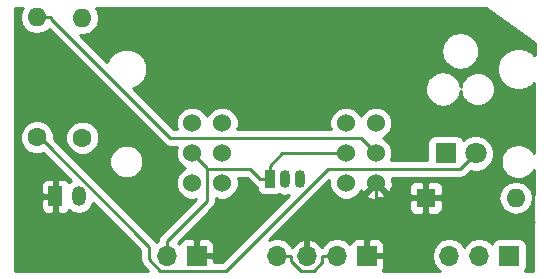
<source format=gbl>
G04 #@! TF.FileFunction,Copper,L2,Bot,Signal*
%FSLAX46Y46*%
G04 Gerber Fmt 4.6, Leading zero omitted, Abs format (unit mm)*
G04 Created by KiCad (PCBNEW 4.0.7) date 11/18/17 14:53:58*
%MOMM*%
%LPD*%
G01*
G04 APERTURE LIST*
%ADD10C,0.127000*%
%ADD11R,1.800000X1.800000*%
%ADD12C,1.800000*%
%ADD13R,1.600000X1.600000*%
%ADD14O,1.600000X1.600000*%
%ADD15R,1.700000X1.700000*%
%ADD16O,1.700000X1.700000*%
%ADD17R,1.200000X1.700000*%
%ADD18O,1.200000X1.700000*%
%ADD19O,0.900000X1.500000*%
%ADD20R,0.900000X1.500000*%
%ADD21C,1.600000*%
%ADD22C,1.524000*%
%ADD23C,0.254000*%
G04 APERTURE END LIST*
D10*
D11*
X171018000Y-95478600D03*
D12*
X173558000Y-95478600D03*
D13*
X169342000Y-99237800D03*
D14*
X176962000Y-99237800D03*
D15*
X149936000Y-104165000D03*
D16*
X147396000Y-104165000D03*
D15*
X164363000Y-104165000D03*
D16*
X161823000Y-104165000D03*
X159283000Y-104165000D03*
X156743000Y-104165000D03*
D15*
X176403000Y-104165000D03*
D16*
X173863000Y-104165000D03*
X171323000Y-104165000D03*
D17*
X137973000Y-99098100D03*
D18*
X139973000Y-99098100D03*
D19*
X157404000Y-97637600D03*
X158674000Y-97637600D03*
D20*
X156134000Y-97637600D03*
D21*
X136423000Y-94107000D03*
D14*
X136423000Y-83947000D03*
D21*
X140259000Y-94157800D03*
D14*
X140259000Y-83997800D03*
D22*
X165125000Y-92913200D03*
X165125000Y-95453200D03*
X165125000Y-97993200D03*
X162585000Y-92913200D03*
X162585000Y-95453200D03*
X162585000Y-97993200D03*
X152095000Y-92913200D03*
X152095000Y-95453200D03*
X152095000Y-97993200D03*
X149555000Y-92913200D03*
X149555000Y-95453200D03*
X149555000Y-97993200D03*
D23*
X160591700Y-104675200D02*
X160591700Y-104165000D01*
X159864500Y-105402400D02*
X160591700Y-104675200D01*
X158750000Y-105402400D02*
X159864500Y-105402400D01*
X157974300Y-104626700D02*
X158750000Y-105402400D01*
X157974300Y-104165000D02*
X157974300Y-104626700D01*
X156743000Y-104165000D02*
X157974300Y-104165000D01*
X161823000Y-104165000D02*
X160591700Y-104165000D01*
X156134000Y-97637600D02*
X155302700Y-97637600D01*
X157187100Y-95453200D02*
X156134000Y-96506300D01*
X162585000Y-95453200D02*
X157187100Y-95453200D01*
X156134000Y-97637600D02*
X156134000Y-96506300D01*
X147396000Y-104165000D02*
X147396000Y-102933700D01*
X154502600Y-96837500D02*
X155302700Y-97637600D01*
X150825000Y-96837500D02*
X154502600Y-96837500D01*
X150825000Y-96723200D02*
X150825000Y-96837500D01*
X149555000Y-95453200D02*
X150825000Y-96723200D01*
X150825000Y-99504700D02*
X147396000Y-102933700D01*
X150825000Y-96837500D02*
X150825000Y-99504700D01*
X172276600Y-96760000D02*
X173558000Y-95478600D01*
X161078000Y-96760000D02*
X172276600Y-96760000D01*
X152441600Y-105396400D02*
X161078000Y-96760000D01*
X146866600Y-105396400D02*
X152441600Y-105396400D01*
X145909800Y-104439600D02*
X146866600Y-105396400D01*
X145909800Y-103372000D02*
X145909800Y-104439600D01*
X136644800Y-94107000D02*
X145909800Y-103372000D01*
X136423000Y-94107000D02*
X136644800Y-94107000D01*
X164363000Y-104165000D02*
X164363000Y-102933700D01*
X169342000Y-99237800D02*
X168160700Y-99237800D01*
X165125000Y-99237800D02*
X168160700Y-99237800D01*
X165125000Y-97993200D02*
X165125000Y-99237800D01*
X165125000Y-102171700D02*
X164363000Y-102933700D01*
X165125000Y-99237800D02*
X165125000Y-102171700D01*
X137604300Y-84069400D02*
X137604300Y-83947000D01*
X147718100Y-94183200D02*
X137604300Y-84069400D01*
X163855000Y-94183200D02*
X147718100Y-94183200D01*
X165125000Y-95453200D02*
X163855000Y-94183200D01*
X136423000Y-83947000D02*
X137604300Y-83947000D01*
G36*
X135097233Y-83369736D02*
X134988000Y-83918887D01*
X134988000Y-83975113D01*
X135097233Y-84524264D01*
X135408302Y-84989811D01*
X135873849Y-85300880D01*
X136423000Y-85410113D01*
X136972151Y-85300880D01*
X137437698Y-84989811D01*
X137441456Y-84984186D01*
X147179285Y-94722015D01*
X147426495Y-94887196D01*
X147718100Y-94945200D01*
X148253290Y-94945200D01*
X148158243Y-95174100D01*
X148157758Y-95729861D01*
X148369990Y-96243503D01*
X148762630Y-96636829D01*
X148970512Y-96723149D01*
X148764697Y-96808190D01*
X148371371Y-97200830D01*
X148158243Y-97714100D01*
X148157758Y-98269861D01*
X148369990Y-98783503D01*
X148762630Y-99176829D01*
X149275900Y-99389957D01*
X149831661Y-99390442D01*
X149882727Y-99369342D01*
X146857185Y-102394885D01*
X146692004Y-102642095D01*
X146643249Y-102887202D01*
X146533643Y-102960438D01*
X146530211Y-102955302D01*
X146448616Y-102833185D01*
X140064018Y-96448587D01*
X142557752Y-96448587D01*
X142775757Y-96976200D01*
X143179077Y-97380224D01*
X143706309Y-97599150D01*
X144277187Y-97599648D01*
X144804800Y-97381643D01*
X145208824Y-96978323D01*
X145427750Y-96451091D01*
X145428248Y-95880213D01*
X145210243Y-95352600D01*
X144806923Y-94948576D01*
X144279691Y-94729650D01*
X143708813Y-94729152D01*
X143181200Y-94947157D01*
X142777176Y-95350477D01*
X142558250Y-95877709D01*
X142557752Y-96448587D01*
X140064018Y-96448587D01*
X138057418Y-94441987D01*
X138823752Y-94441987D01*
X139041757Y-94969600D01*
X139445077Y-95373624D01*
X139972309Y-95592550D01*
X140543187Y-95593048D01*
X141070800Y-95375043D01*
X141474824Y-94971723D01*
X141693750Y-94444491D01*
X141694248Y-93873613D01*
X141476243Y-93346000D01*
X141072923Y-92941976D01*
X140545691Y-92723050D01*
X139974813Y-92722552D01*
X139447200Y-92940557D01*
X139043176Y-93343877D01*
X138824250Y-93871109D01*
X138823752Y-94441987D01*
X138057418Y-94441987D01*
X137857882Y-94242452D01*
X137858248Y-93822813D01*
X137640243Y-93295200D01*
X137236923Y-92891176D01*
X136709691Y-92672250D01*
X136138813Y-92671752D01*
X135611200Y-92889757D01*
X135207176Y-93293077D01*
X134988250Y-93820309D01*
X134987752Y-94391187D01*
X135205757Y-94918800D01*
X135609077Y-95322824D01*
X136136309Y-95541750D01*
X136707187Y-95542248D01*
X136916098Y-95455928D01*
X139283263Y-97823093D01*
X139127410Y-97927230D01*
X139111327Y-97888401D01*
X138932698Y-97709773D01*
X138699309Y-97613100D01*
X138258750Y-97613100D01*
X138100000Y-97771850D01*
X138100000Y-98971100D01*
X138120000Y-98971100D01*
X138120000Y-99225100D01*
X138100000Y-99225100D01*
X138100000Y-100424350D01*
X138258750Y-100583100D01*
X138699309Y-100583100D01*
X138932698Y-100486427D01*
X139111327Y-100307799D01*
X139127410Y-100268970D01*
X139500386Y-100518184D01*
X139973000Y-100612193D01*
X140445614Y-100518184D01*
X140846277Y-100250470D01*
X141113991Y-99849807D01*
X141146507Y-99686338D01*
X145147800Y-103687631D01*
X145147800Y-104439600D01*
X145205804Y-104731205D01*
X145363227Y-104966805D01*
X145370985Y-104978415D01*
X145815271Y-105422701D01*
X134530099Y-105422701D01*
X134530099Y-99383850D01*
X136738000Y-99383850D01*
X136738000Y-100074410D01*
X136834673Y-100307799D01*
X137013302Y-100486427D01*
X137246691Y-100583100D01*
X137687250Y-100583100D01*
X137846000Y-100424350D01*
X137846000Y-99225100D01*
X136896750Y-99225100D01*
X136738000Y-99383850D01*
X134530099Y-99383850D01*
X134530099Y-98121790D01*
X136738000Y-98121790D01*
X136738000Y-98812350D01*
X136896750Y-98971100D01*
X137846000Y-98971100D01*
X137846000Y-97771850D01*
X137687250Y-97613100D01*
X137246691Y-97613100D01*
X137013302Y-97709773D01*
X136834673Y-97888401D01*
X136738000Y-98121790D01*
X134530099Y-98121790D01*
X134530099Y-83138220D01*
X135251927Y-83138220D01*
X135097233Y-83369736D01*
X135097233Y-83369736D01*
G37*
X135097233Y-83369736D02*
X134988000Y-83918887D01*
X134988000Y-83975113D01*
X135097233Y-84524264D01*
X135408302Y-84989811D01*
X135873849Y-85300880D01*
X136423000Y-85410113D01*
X136972151Y-85300880D01*
X137437698Y-84989811D01*
X137441456Y-84984186D01*
X147179285Y-94722015D01*
X147426495Y-94887196D01*
X147718100Y-94945200D01*
X148253290Y-94945200D01*
X148158243Y-95174100D01*
X148157758Y-95729861D01*
X148369990Y-96243503D01*
X148762630Y-96636829D01*
X148970512Y-96723149D01*
X148764697Y-96808190D01*
X148371371Y-97200830D01*
X148158243Y-97714100D01*
X148157758Y-98269861D01*
X148369990Y-98783503D01*
X148762630Y-99176829D01*
X149275900Y-99389957D01*
X149831661Y-99390442D01*
X149882727Y-99369342D01*
X146857185Y-102394885D01*
X146692004Y-102642095D01*
X146643249Y-102887202D01*
X146533643Y-102960438D01*
X146530211Y-102955302D01*
X146448616Y-102833185D01*
X140064018Y-96448587D01*
X142557752Y-96448587D01*
X142775757Y-96976200D01*
X143179077Y-97380224D01*
X143706309Y-97599150D01*
X144277187Y-97599648D01*
X144804800Y-97381643D01*
X145208824Y-96978323D01*
X145427750Y-96451091D01*
X145428248Y-95880213D01*
X145210243Y-95352600D01*
X144806923Y-94948576D01*
X144279691Y-94729650D01*
X143708813Y-94729152D01*
X143181200Y-94947157D01*
X142777176Y-95350477D01*
X142558250Y-95877709D01*
X142557752Y-96448587D01*
X140064018Y-96448587D01*
X138057418Y-94441987D01*
X138823752Y-94441987D01*
X139041757Y-94969600D01*
X139445077Y-95373624D01*
X139972309Y-95592550D01*
X140543187Y-95593048D01*
X141070800Y-95375043D01*
X141474824Y-94971723D01*
X141693750Y-94444491D01*
X141694248Y-93873613D01*
X141476243Y-93346000D01*
X141072923Y-92941976D01*
X140545691Y-92723050D01*
X139974813Y-92722552D01*
X139447200Y-92940557D01*
X139043176Y-93343877D01*
X138824250Y-93871109D01*
X138823752Y-94441987D01*
X138057418Y-94441987D01*
X137857882Y-94242452D01*
X137858248Y-93822813D01*
X137640243Y-93295200D01*
X137236923Y-92891176D01*
X136709691Y-92672250D01*
X136138813Y-92671752D01*
X135611200Y-92889757D01*
X135207176Y-93293077D01*
X134988250Y-93820309D01*
X134987752Y-94391187D01*
X135205757Y-94918800D01*
X135609077Y-95322824D01*
X136136309Y-95541750D01*
X136707187Y-95542248D01*
X136916098Y-95455928D01*
X139283263Y-97823093D01*
X139127410Y-97927230D01*
X139111327Y-97888401D01*
X138932698Y-97709773D01*
X138699309Y-97613100D01*
X138258750Y-97613100D01*
X138100000Y-97771850D01*
X138100000Y-98971100D01*
X138120000Y-98971100D01*
X138120000Y-99225100D01*
X138100000Y-99225100D01*
X138100000Y-100424350D01*
X138258750Y-100583100D01*
X138699309Y-100583100D01*
X138932698Y-100486427D01*
X139111327Y-100307799D01*
X139127410Y-100268970D01*
X139500386Y-100518184D01*
X139973000Y-100612193D01*
X140445614Y-100518184D01*
X140846277Y-100250470D01*
X141113991Y-99849807D01*
X141146507Y-99686338D01*
X145147800Y-103687631D01*
X145147800Y-104439600D01*
X145205804Y-104731205D01*
X145363227Y-104966805D01*
X145370985Y-104978415D01*
X145815271Y-105422701D01*
X134530099Y-105422701D01*
X134530099Y-99383850D01*
X136738000Y-99383850D01*
X136738000Y-100074410D01*
X136834673Y-100307799D01*
X137013302Y-100486427D01*
X137246691Y-100583100D01*
X137687250Y-100583100D01*
X137846000Y-100424350D01*
X137846000Y-99225100D01*
X136896750Y-99225100D01*
X136738000Y-99383850D01*
X134530099Y-99383850D01*
X134530099Y-98121790D01*
X136738000Y-98121790D01*
X136738000Y-98812350D01*
X136896750Y-98971100D01*
X137846000Y-98971100D01*
X137846000Y-97771850D01*
X137687250Y-97613100D01*
X137246691Y-97613100D01*
X137013302Y-97709773D01*
X136834673Y-97888401D01*
X136738000Y-98121790D01*
X134530099Y-98121790D01*
X134530099Y-83138220D01*
X135251927Y-83138220D01*
X135097233Y-83369736D01*
G36*
X178562626Y-86159794D02*
X178556083Y-87174901D01*
X178529214Y-87139588D01*
X178460765Y-87079066D01*
X178400803Y-87010129D01*
X178173698Y-86834393D01*
X178091918Y-86793649D01*
X178016153Y-86742578D01*
X177751304Y-86631610D01*
X177661761Y-86613420D01*
X177575363Y-86583700D01*
X177290816Y-86545062D01*
X177273331Y-86546137D01*
X177265416Y-86545062D01*
X177187712Y-86549838D01*
X177108474Y-86544321D01*
X177099504Y-86545465D01*
X177083074Y-86544321D01*
X176798224Y-86580645D01*
X176711585Y-86609663D01*
X176621903Y-86627123D01*
X176356159Y-86735934D01*
X176279985Y-86786385D01*
X176197873Y-86826464D01*
X175969347Y-87000347D01*
X175908824Y-87068797D01*
X175839887Y-87128759D01*
X175664152Y-87355864D01*
X175623408Y-87437645D01*
X175572338Y-87513408D01*
X175461370Y-87778257D01*
X175443181Y-87867795D01*
X175413460Y-87954195D01*
X175374821Y-88238741D01*
X175380426Y-88329940D01*
X175374080Y-88421086D01*
X175410404Y-88705937D01*
X175439422Y-88792578D01*
X175456882Y-88882258D01*
X175565693Y-89148002D01*
X175616144Y-89224177D01*
X175656223Y-89306288D01*
X175830106Y-89534814D01*
X175898555Y-89595336D01*
X175958518Y-89664274D01*
X176185624Y-89840010D01*
X176267404Y-89880753D01*
X176343166Y-89931823D01*
X176608016Y-90042791D01*
X176697554Y-90060980D01*
X176783954Y-90090701D01*
X177068500Y-90129340D01*
X177085986Y-90128265D01*
X177093900Y-90129340D01*
X177171607Y-90124564D01*
X177250845Y-90130081D01*
X177259816Y-90128937D01*
X177276245Y-90130081D01*
X177561096Y-90093757D01*
X177647737Y-90064739D01*
X177737417Y-90047279D01*
X178003161Y-89938468D01*
X178079336Y-89888017D01*
X178161447Y-89847938D01*
X178389973Y-89674055D01*
X178450495Y-89605606D01*
X178519433Y-89545643D01*
X178540983Y-89517794D01*
X178502674Y-95461586D01*
X178479749Y-95427277D01*
X178439338Y-95345332D01*
X178312203Y-95179646D01*
X178243508Y-95119402D01*
X178183266Y-95050709D01*
X178017581Y-94923573D01*
X177935629Y-94883159D01*
X177859663Y-94832400D01*
X177666718Y-94752480D01*
X177577106Y-94734655D01*
X177490587Y-94705286D01*
X177283532Y-94678027D01*
X177266574Y-94679138D01*
X177258132Y-94678027D01*
X177179660Y-94683170D01*
X177101189Y-94678027D01*
X177092747Y-94679138D01*
X177075789Y-94678027D01*
X176868733Y-94705286D01*
X176782214Y-94734655D01*
X176692602Y-94752480D01*
X176499657Y-94832400D01*
X176423689Y-94883160D01*
X176341741Y-94923572D01*
X176176055Y-95050707D01*
X176115809Y-95119404D01*
X176047115Y-95179648D01*
X175919981Y-95345334D01*
X175879572Y-95427276D01*
X175828811Y-95503245D01*
X175748890Y-95696190D01*
X175731064Y-95785805D01*
X175701695Y-95872324D01*
X175674436Y-96079379D01*
X175680412Y-96170551D01*
X175674436Y-96261723D01*
X175701695Y-96468778D01*
X175731064Y-96555297D01*
X175748890Y-96644912D01*
X175828811Y-96837857D01*
X175879572Y-96913826D01*
X175919982Y-96995770D01*
X176047116Y-97161455D01*
X176115812Y-97221700D01*
X176176055Y-97290394D01*
X176341741Y-97417529D01*
X176423689Y-97457941D01*
X176499657Y-97508701D01*
X176692602Y-97588621D01*
X176782209Y-97606445D01*
X176868730Y-97635815D01*
X177075785Y-97663075D01*
X177092743Y-97661964D01*
X177101185Y-97663075D01*
X177179660Y-97657932D01*
X177258135Y-97663075D01*
X177266577Y-97661964D01*
X177283535Y-97663075D01*
X177490590Y-97635815D01*
X177577111Y-97606445D01*
X177666718Y-97588621D01*
X177859663Y-97508701D01*
X177935629Y-97457942D01*
X178017581Y-97417528D01*
X178183266Y-97290392D01*
X178243506Y-97221701D01*
X178312202Y-97161457D01*
X178439337Y-96995771D01*
X178479748Y-96913826D01*
X178493446Y-96893326D01*
X178464936Y-101316698D01*
X178465369Y-101318949D01*
X178464921Y-101321200D01*
X178464921Y-105422701D01*
X177742970Y-105422701D01*
X177849431Y-105266890D01*
X177900440Y-105015000D01*
X177900440Y-103315000D01*
X177856162Y-103079683D01*
X177717090Y-102863559D01*
X177504890Y-102718569D01*
X177253000Y-102667560D01*
X175553000Y-102667560D01*
X175317683Y-102711838D01*
X175101559Y-102850910D01*
X174956569Y-103063110D01*
X174942914Y-103130541D01*
X174913054Y-103085853D01*
X174431285Y-102763946D01*
X173863000Y-102650907D01*
X173294715Y-102763946D01*
X172812946Y-103085853D01*
X172593000Y-103415026D01*
X172373054Y-103085853D01*
X171891285Y-102763946D01*
X171323000Y-102650907D01*
X170754715Y-102763946D01*
X170272946Y-103085853D01*
X169951039Y-103567622D01*
X169838000Y-104135907D01*
X169838000Y-104194093D01*
X169951039Y-104762378D01*
X170272946Y-105244147D01*
X170540172Y-105422701D01*
X165703324Y-105422701D01*
X165751327Y-105374698D01*
X165848000Y-105141309D01*
X165848000Y-104450750D01*
X165689250Y-104292000D01*
X164490000Y-104292000D01*
X164490000Y-104312000D01*
X164236000Y-104312000D01*
X164236000Y-104292000D01*
X164216000Y-104292000D01*
X164216000Y-104038000D01*
X164236000Y-104038000D01*
X164236000Y-102838750D01*
X164490000Y-102838750D01*
X164490000Y-104038000D01*
X165689250Y-104038000D01*
X165848000Y-103879250D01*
X165848000Y-103188691D01*
X165751327Y-102955302D01*
X165572699Y-102776673D01*
X165339310Y-102680000D01*
X164648750Y-102680000D01*
X164490000Y-102838750D01*
X164236000Y-102838750D01*
X164077250Y-102680000D01*
X163386690Y-102680000D01*
X163153301Y-102776673D01*
X162974673Y-102955302D01*
X162902403Y-103129777D01*
X162873054Y-103085853D01*
X162391285Y-102763946D01*
X161823000Y-102650907D01*
X161254715Y-102763946D01*
X160772946Y-103085853D01*
X160556335Y-103410034D01*
X160539146Y-103413454D01*
X160478183Y-103283642D01*
X160049924Y-102893355D01*
X159639890Y-102723524D01*
X159410000Y-102844845D01*
X159410000Y-104038000D01*
X159430000Y-104038000D01*
X159430000Y-104292000D01*
X159410000Y-104292000D01*
X159410000Y-104312000D01*
X159156000Y-104312000D01*
X159156000Y-104292000D01*
X159136000Y-104292000D01*
X159136000Y-104038000D01*
X159156000Y-104038000D01*
X159156000Y-102844845D01*
X158926110Y-102723524D01*
X158516076Y-102893355D01*
X158087817Y-103283642D01*
X158026854Y-103413454D01*
X158009665Y-103410034D01*
X157793054Y-103085853D01*
X157311285Y-102763946D01*
X156743000Y-102650907D01*
X156174715Y-102763946D01*
X156105307Y-102810323D01*
X159392080Y-99523550D01*
X167907000Y-99523550D01*
X167907000Y-100164110D01*
X168003673Y-100397499D01*
X168182302Y-100576127D01*
X168415691Y-100672800D01*
X169056250Y-100672800D01*
X169215000Y-100514050D01*
X169215000Y-99364800D01*
X169469000Y-99364800D01*
X169469000Y-100514050D01*
X169627750Y-100672800D01*
X170268309Y-100672800D01*
X170501698Y-100576127D01*
X170680327Y-100397499D01*
X170777000Y-100164110D01*
X170777000Y-99523550D01*
X170618250Y-99364800D01*
X169469000Y-99364800D01*
X169215000Y-99364800D01*
X168065750Y-99364800D01*
X167907000Y-99523550D01*
X159392080Y-99523550D01*
X161188231Y-97727399D01*
X161187758Y-98269861D01*
X161399990Y-98783503D01*
X161792630Y-99176829D01*
X162305900Y-99389957D01*
X162861661Y-99390442D01*
X163375303Y-99178210D01*
X163580457Y-98973413D01*
X164324392Y-98973413D01*
X164393857Y-99215597D01*
X164917302Y-99402344D01*
X165472368Y-99374562D01*
X165802540Y-99237800D01*
X175498887Y-99237800D01*
X175608120Y-99786951D01*
X175919189Y-100252498D01*
X176384736Y-100563567D01*
X176933887Y-100672800D01*
X176990113Y-100672800D01*
X177539264Y-100563567D01*
X178004811Y-100252498D01*
X178315880Y-99786951D01*
X178425113Y-99237800D01*
X178315880Y-98688649D01*
X178004811Y-98223102D01*
X177539264Y-97912033D01*
X176990113Y-97802800D01*
X176933887Y-97802800D01*
X176384736Y-97912033D01*
X175919189Y-98223102D01*
X175608120Y-98688649D01*
X175498887Y-99237800D01*
X165802540Y-99237800D01*
X165856143Y-99215597D01*
X165925608Y-98973413D01*
X165125000Y-98172805D01*
X164324392Y-98973413D01*
X163580457Y-98973413D01*
X163768629Y-98785570D01*
X163848395Y-98593473D01*
X163902603Y-98724343D01*
X164144787Y-98793808D01*
X164945395Y-97993200D01*
X164931253Y-97979058D01*
X165110858Y-97799453D01*
X165125000Y-97813595D01*
X165139143Y-97799453D01*
X165318748Y-97979058D01*
X165304605Y-97993200D01*
X166105213Y-98793808D01*
X166347397Y-98724343D01*
X166494688Y-98311490D01*
X167907000Y-98311490D01*
X167907000Y-98952050D01*
X168065750Y-99110800D01*
X169215000Y-99110800D01*
X169215000Y-97961550D01*
X169469000Y-97961550D01*
X169469000Y-99110800D01*
X170618250Y-99110800D01*
X170777000Y-98952050D01*
X170777000Y-98311490D01*
X170680327Y-98078101D01*
X170501698Y-97899473D01*
X170268309Y-97802800D01*
X169627750Y-97802800D01*
X169469000Y-97961550D01*
X169215000Y-97961550D01*
X169056250Y-97802800D01*
X168415691Y-97802800D01*
X168182302Y-97899473D01*
X168003673Y-98078101D01*
X167907000Y-98311490D01*
X166494688Y-98311490D01*
X166534144Y-98200898D01*
X166506362Y-97645832D01*
X166455069Y-97522000D01*
X172276600Y-97522000D01*
X172568205Y-97463996D01*
X172815415Y-97298815D01*
X173145035Y-96969195D01*
X173251330Y-97013333D01*
X173861991Y-97013865D01*
X174426371Y-96780668D01*
X174858551Y-96349243D01*
X175092733Y-95785270D01*
X175093265Y-95174609D01*
X174860068Y-94610229D01*
X174428643Y-94178049D01*
X173864670Y-93943867D01*
X173254009Y-93943335D01*
X172689629Y-94176532D01*
X172521387Y-94344480D01*
X172521162Y-94343283D01*
X172382090Y-94127159D01*
X172169890Y-93982169D01*
X171918000Y-93931160D01*
X170118000Y-93931160D01*
X169882683Y-93975438D01*
X169666559Y-94114510D01*
X169521569Y-94326710D01*
X169470560Y-94578600D01*
X169470560Y-95998000D01*
X166411429Y-95998000D01*
X166521757Y-95732300D01*
X166522242Y-95176539D01*
X166310010Y-94662897D01*
X165917370Y-94269571D01*
X165709488Y-94183251D01*
X165915303Y-94098210D01*
X166308629Y-93705570D01*
X166521757Y-93192300D01*
X166522242Y-92636539D01*
X166310010Y-92122897D01*
X165917370Y-91729571D01*
X165404100Y-91516443D01*
X164848339Y-91515958D01*
X164334697Y-91728190D01*
X163941371Y-92120830D01*
X163855051Y-92328712D01*
X163770010Y-92122897D01*
X163377370Y-91729571D01*
X162864100Y-91516443D01*
X162308339Y-91515958D01*
X161794697Y-91728190D01*
X161401371Y-92120830D01*
X161188243Y-92634100D01*
X161187758Y-93189861D01*
X161283345Y-93421200D01*
X153396710Y-93421200D01*
X153491757Y-93192300D01*
X153492242Y-92636539D01*
X153280010Y-92122897D01*
X152887370Y-91729571D01*
X152374100Y-91516443D01*
X151818339Y-91515958D01*
X151304697Y-91728190D01*
X150911371Y-92120830D01*
X150825051Y-92328712D01*
X150740010Y-92122897D01*
X150347370Y-91729571D01*
X149834100Y-91516443D01*
X149278339Y-91515958D01*
X148764697Y-91728190D01*
X148371371Y-92120830D01*
X148158243Y-92634100D01*
X148157758Y-93189861D01*
X148253345Y-93421200D01*
X148033730Y-93421200D01*
X144585986Y-89973456D01*
X144654898Y-89944982D01*
X169284338Y-89944982D01*
X169290739Y-90036124D01*
X169285189Y-90127325D01*
X169313415Y-90334250D01*
X169343188Y-90420630D01*
X169361431Y-90510159D01*
X169442251Y-90702728D01*
X169493367Y-90778460D01*
X169534160Y-90860216D01*
X169662067Y-91025307D01*
X169731045Y-91085231D01*
X169791605Y-91153640D01*
X169957882Y-91280000D01*
X170040017Y-91320029D01*
X170116221Y-91370434D01*
X170309536Y-91449453D01*
X170399233Y-91466860D01*
X170485889Y-91495825D01*
X170693069Y-91522118D01*
X170709420Y-91520970D01*
X170718469Y-91522118D01*
X170797825Y-91516544D01*
X170875412Y-91521266D01*
X170883248Y-91520197D01*
X170900812Y-91521266D01*
X171107737Y-91493040D01*
X171194119Y-91463267D01*
X171283645Y-91445024D01*
X171476215Y-91364204D01*
X171551946Y-91313089D01*
X171633704Y-91272295D01*
X171798795Y-91144388D01*
X171858719Y-91075410D01*
X171927128Y-91014850D01*
X172053488Y-90848573D01*
X172093516Y-90766441D01*
X172143924Y-90690231D01*
X172222942Y-90496915D01*
X172240349Y-90407217D01*
X172269312Y-90320566D01*
X172287150Y-90180011D01*
X172300768Y-90283453D01*
X172300752Y-90301787D01*
X172304318Y-90310417D01*
X172305160Y-90316814D01*
X172334529Y-90403334D01*
X172352355Y-90492949D01*
X172428186Y-90676020D01*
X172478946Y-90751988D01*
X172519357Y-90833933D01*
X172639986Y-90991140D01*
X172708681Y-91051384D01*
X172768925Y-91120079D01*
X172926132Y-91240708D01*
X173008077Y-91281119D01*
X173084045Y-91331879D01*
X173267116Y-91407710D01*
X173356732Y-91425536D01*
X173443251Y-91454905D01*
X173639709Y-91480769D01*
X173656667Y-91479658D01*
X173665109Y-91480769D01*
X173743581Y-91475626D01*
X173822052Y-91480769D01*
X173830494Y-91479658D01*
X173847452Y-91480769D01*
X174043912Y-91454905D01*
X174130432Y-91425536D01*
X174220047Y-91407710D01*
X174403118Y-91331879D01*
X174479088Y-91281117D01*
X174561033Y-91240706D01*
X174718239Y-91120077D01*
X174778481Y-91051384D01*
X174847176Y-90991140D01*
X174967805Y-90833933D01*
X175008216Y-90751988D01*
X175058976Y-90676020D01*
X175134807Y-90492949D01*
X175152633Y-90403333D01*
X175182002Y-90316814D01*
X175207866Y-90120356D01*
X175201890Y-90029184D01*
X175207866Y-89938013D01*
X175182002Y-89741553D01*
X175152633Y-89655033D01*
X175134807Y-89565418D01*
X175058976Y-89382347D01*
X175008214Y-89306377D01*
X174967803Y-89224432D01*
X174847174Y-89067226D01*
X174778481Y-89006984D01*
X174718239Y-88938291D01*
X174581324Y-88833232D01*
X174549923Y-88801776D01*
X174459763Y-88764338D01*
X174403118Y-88726489D01*
X174220047Y-88650658D01*
X174154675Y-88637654D01*
X174022691Y-88582850D01*
X173886435Y-88582731D01*
X173847452Y-88577599D01*
X173830494Y-88578710D01*
X173822052Y-88577599D01*
X173745625Y-88582608D01*
X173741481Y-88582605D01*
X173665109Y-88577599D01*
X173656667Y-88578710D01*
X173639709Y-88577599D01*
X173602607Y-88582484D01*
X173451813Y-88582352D01*
X173304494Y-88643223D01*
X173267116Y-88650658D01*
X173084045Y-88726489D01*
X173053371Y-88746985D01*
X172924200Y-88800357D01*
X172842854Y-88881562D01*
X172768925Y-88938289D01*
X172708681Y-89006984D01*
X172639988Y-89067226D01*
X172584742Y-89139223D01*
X172520176Y-89203677D01*
X172475206Y-89311977D01*
X172428186Y-89382347D01*
X172352355Y-89565418D01*
X172336159Y-89646838D01*
X172301250Y-89730909D01*
X172301215Y-89771522D01*
X172287354Y-89876804D01*
X172266528Y-89724121D01*
X172236755Y-89637739D01*
X172218511Y-89548208D01*
X172137690Y-89355637D01*
X172086574Y-89279905D01*
X172045782Y-89198151D01*
X171917875Y-89033061D01*
X171848904Y-88973142D01*
X171788338Y-88904727D01*
X171622060Y-88778367D01*
X171539930Y-88738340D01*
X171463719Y-88687931D01*
X171270402Y-88608913D01*
X171180706Y-88591507D01*
X171094054Y-88562543D01*
X170886873Y-88536251D01*
X170870522Y-88537399D01*
X170861473Y-88536251D01*
X170782122Y-88541824D01*
X170704534Y-88537102D01*
X170696698Y-88538171D01*
X170679134Y-88537102D01*
X170472208Y-88565327D01*
X170385826Y-88595100D01*
X170296293Y-88613344D01*
X170103724Y-88694165D01*
X170027992Y-88745281D01*
X169946239Y-88786073D01*
X169781149Y-88913980D01*
X169721230Y-88982951D01*
X169652815Y-89043517D01*
X169526455Y-89209795D01*
X169486427Y-89291927D01*
X169436020Y-89368134D01*
X169357002Y-89561450D01*
X169339596Y-89651144D01*
X169310630Y-89737801D01*
X169284338Y-89944982D01*
X144654898Y-89944982D01*
X144974515Y-89812919D01*
X145463004Y-89325282D01*
X145727699Y-88687827D01*
X145728301Y-87997601D01*
X145464719Y-87359685D01*
X144977082Y-86871196D01*
X144641518Y-86731857D01*
X170655046Y-86731857D01*
X170662060Y-86822955D01*
X170657122Y-86914186D01*
X170690438Y-87146759D01*
X170720792Y-87232943D01*
X170739636Y-87322345D01*
X170832011Y-87538370D01*
X170883632Y-87613753D01*
X170924974Y-87695235D01*
X171070113Y-87879991D01*
X171139492Y-87939452D01*
X171200513Y-88007455D01*
X171388526Y-88148349D01*
X171470925Y-88187824D01*
X171547466Y-88237716D01*
X171765538Y-88325150D01*
X171855347Y-88341954D01*
X171942197Y-88370337D01*
X172175468Y-88398350D01*
X172190946Y-88397158D01*
X172200868Y-88398350D01*
X172281484Y-88392144D01*
X172357803Y-88396274D01*
X172364767Y-88395276D01*
X172383203Y-88396274D01*
X172615775Y-88362957D01*
X172701953Y-88332605D01*
X172791359Y-88313760D01*
X173007384Y-88221385D01*
X173082770Y-88169763D01*
X173164249Y-88128422D01*
X173349005Y-87983283D01*
X173408466Y-87913904D01*
X173476466Y-87852886D01*
X173617362Y-87664874D01*
X173656837Y-87582475D01*
X173706733Y-87505928D01*
X173794166Y-87287854D01*
X173810969Y-87198045D01*
X173839351Y-87111199D01*
X173867364Y-86877928D01*
X173860351Y-86786827D01*
X173865288Y-86695593D01*
X173831971Y-86463020D01*
X173801620Y-86376845D01*
X173782776Y-86287440D01*
X173690401Y-86071415D01*
X173638775Y-85996022D01*
X173597435Y-85914546D01*
X173452295Y-85729789D01*
X173382917Y-85670330D01*
X173321898Y-85602329D01*
X173133886Y-85461433D01*
X173051486Y-85421958D01*
X172974944Y-85372065D01*
X172756871Y-85284631D01*
X172667060Y-85267827D01*
X172580213Y-85239445D01*
X172346942Y-85211432D01*
X172331464Y-85212624D01*
X172321542Y-85211432D01*
X172240926Y-85217638D01*
X172164607Y-85213508D01*
X172157643Y-85214506D01*
X172139207Y-85213508D01*
X171906634Y-85246825D01*
X171820455Y-85277178D01*
X171731051Y-85296022D01*
X171515026Y-85388398D01*
X171439644Y-85440017D01*
X171358161Y-85481360D01*
X171173405Y-85626499D01*
X171113944Y-85695879D01*
X171045941Y-85756900D01*
X170905046Y-85944912D01*
X170865570Y-86027314D01*
X170815680Y-86103852D01*
X170728246Y-86321924D01*
X170711442Y-86411732D01*
X170683058Y-86498586D01*
X170655046Y-86731857D01*
X144641518Y-86731857D01*
X144339627Y-86606501D01*
X143649401Y-86605899D01*
X143011485Y-86869481D01*
X142522996Y-87357118D01*
X142360641Y-87748111D01*
X140027369Y-85414839D01*
X140259000Y-85460913D01*
X140808151Y-85351680D01*
X141273698Y-85040611D01*
X141584767Y-84575064D01*
X141694000Y-84025913D01*
X141694000Y-83969687D01*
X141584767Y-83420536D01*
X141396129Y-83138220D01*
X174412655Y-83138220D01*
X178562626Y-86159794D01*
X178562626Y-86159794D01*
G37*
X178562626Y-86159794D02*
X178556083Y-87174901D01*
X178529214Y-87139588D01*
X178460765Y-87079066D01*
X178400803Y-87010129D01*
X178173698Y-86834393D01*
X178091918Y-86793649D01*
X178016153Y-86742578D01*
X177751304Y-86631610D01*
X177661761Y-86613420D01*
X177575363Y-86583700D01*
X177290816Y-86545062D01*
X177273331Y-86546137D01*
X177265416Y-86545062D01*
X177187712Y-86549838D01*
X177108474Y-86544321D01*
X177099504Y-86545465D01*
X177083074Y-86544321D01*
X176798224Y-86580645D01*
X176711585Y-86609663D01*
X176621903Y-86627123D01*
X176356159Y-86735934D01*
X176279985Y-86786385D01*
X176197873Y-86826464D01*
X175969347Y-87000347D01*
X175908824Y-87068797D01*
X175839887Y-87128759D01*
X175664152Y-87355864D01*
X175623408Y-87437645D01*
X175572338Y-87513408D01*
X175461370Y-87778257D01*
X175443181Y-87867795D01*
X175413460Y-87954195D01*
X175374821Y-88238741D01*
X175380426Y-88329940D01*
X175374080Y-88421086D01*
X175410404Y-88705937D01*
X175439422Y-88792578D01*
X175456882Y-88882258D01*
X175565693Y-89148002D01*
X175616144Y-89224177D01*
X175656223Y-89306288D01*
X175830106Y-89534814D01*
X175898555Y-89595336D01*
X175958518Y-89664274D01*
X176185624Y-89840010D01*
X176267404Y-89880753D01*
X176343166Y-89931823D01*
X176608016Y-90042791D01*
X176697554Y-90060980D01*
X176783954Y-90090701D01*
X177068500Y-90129340D01*
X177085986Y-90128265D01*
X177093900Y-90129340D01*
X177171607Y-90124564D01*
X177250845Y-90130081D01*
X177259816Y-90128937D01*
X177276245Y-90130081D01*
X177561096Y-90093757D01*
X177647737Y-90064739D01*
X177737417Y-90047279D01*
X178003161Y-89938468D01*
X178079336Y-89888017D01*
X178161447Y-89847938D01*
X178389973Y-89674055D01*
X178450495Y-89605606D01*
X178519433Y-89545643D01*
X178540983Y-89517794D01*
X178502674Y-95461586D01*
X178479749Y-95427277D01*
X178439338Y-95345332D01*
X178312203Y-95179646D01*
X178243508Y-95119402D01*
X178183266Y-95050709D01*
X178017581Y-94923573D01*
X177935629Y-94883159D01*
X177859663Y-94832400D01*
X177666718Y-94752480D01*
X177577106Y-94734655D01*
X177490587Y-94705286D01*
X177283532Y-94678027D01*
X177266574Y-94679138D01*
X177258132Y-94678027D01*
X177179660Y-94683170D01*
X177101189Y-94678027D01*
X177092747Y-94679138D01*
X177075789Y-94678027D01*
X176868733Y-94705286D01*
X176782214Y-94734655D01*
X176692602Y-94752480D01*
X176499657Y-94832400D01*
X176423689Y-94883160D01*
X176341741Y-94923572D01*
X176176055Y-95050707D01*
X176115809Y-95119404D01*
X176047115Y-95179648D01*
X175919981Y-95345334D01*
X175879572Y-95427276D01*
X175828811Y-95503245D01*
X175748890Y-95696190D01*
X175731064Y-95785805D01*
X175701695Y-95872324D01*
X175674436Y-96079379D01*
X175680412Y-96170551D01*
X175674436Y-96261723D01*
X175701695Y-96468778D01*
X175731064Y-96555297D01*
X175748890Y-96644912D01*
X175828811Y-96837857D01*
X175879572Y-96913826D01*
X175919982Y-96995770D01*
X176047116Y-97161455D01*
X176115812Y-97221700D01*
X176176055Y-97290394D01*
X176341741Y-97417529D01*
X176423689Y-97457941D01*
X176499657Y-97508701D01*
X176692602Y-97588621D01*
X176782209Y-97606445D01*
X176868730Y-97635815D01*
X177075785Y-97663075D01*
X177092743Y-97661964D01*
X177101185Y-97663075D01*
X177179660Y-97657932D01*
X177258135Y-97663075D01*
X177266577Y-97661964D01*
X177283535Y-97663075D01*
X177490590Y-97635815D01*
X177577111Y-97606445D01*
X177666718Y-97588621D01*
X177859663Y-97508701D01*
X177935629Y-97457942D01*
X178017581Y-97417528D01*
X178183266Y-97290392D01*
X178243506Y-97221701D01*
X178312202Y-97161457D01*
X178439337Y-96995771D01*
X178479748Y-96913826D01*
X178493446Y-96893326D01*
X178464936Y-101316698D01*
X178465369Y-101318949D01*
X178464921Y-101321200D01*
X178464921Y-105422701D01*
X177742970Y-105422701D01*
X177849431Y-105266890D01*
X177900440Y-105015000D01*
X177900440Y-103315000D01*
X177856162Y-103079683D01*
X177717090Y-102863559D01*
X177504890Y-102718569D01*
X177253000Y-102667560D01*
X175553000Y-102667560D01*
X175317683Y-102711838D01*
X175101559Y-102850910D01*
X174956569Y-103063110D01*
X174942914Y-103130541D01*
X174913054Y-103085853D01*
X174431285Y-102763946D01*
X173863000Y-102650907D01*
X173294715Y-102763946D01*
X172812946Y-103085853D01*
X172593000Y-103415026D01*
X172373054Y-103085853D01*
X171891285Y-102763946D01*
X171323000Y-102650907D01*
X170754715Y-102763946D01*
X170272946Y-103085853D01*
X169951039Y-103567622D01*
X169838000Y-104135907D01*
X169838000Y-104194093D01*
X169951039Y-104762378D01*
X170272946Y-105244147D01*
X170540172Y-105422701D01*
X165703324Y-105422701D01*
X165751327Y-105374698D01*
X165848000Y-105141309D01*
X165848000Y-104450750D01*
X165689250Y-104292000D01*
X164490000Y-104292000D01*
X164490000Y-104312000D01*
X164236000Y-104312000D01*
X164236000Y-104292000D01*
X164216000Y-104292000D01*
X164216000Y-104038000D01*
X164236000Y-104038000D01*
X164236000Y-102838750D01*
X164490000Y-102838750D01*
X164490000Y-104038000D01*
X165689250Y-104038000D01*
X165848000Y-103879250D01*
X165848000Y-103188691D01*
X165751327Y-102955302D01*
X165572699Y-102776673D01*
X165339310Y-102680000D01*
X164648750Y-102680000D01*
X164490000Y-102838750D01*
X164236000Y-102838750D01*
X164077250Y-102680000D01*
X163386690Y-102680000D01*
X163153301Y-102776673D01*
X162974673Y-102955302D01*
X162902403Y-103129777D01*
X162873054Y-103085853D01*
X162391285Y-102763946D01*
X161823000Y-102650907D01*
X161254715Y-102763946D01*
X160772946Y-103085853D01*
X160556335Y-103410034D01*
X160539146Y-103413454D01*
X160478183Y-103283642D01*
X160049924Y-102893355D01*
X159639890Y-102723524D01*
X159410000Y-102844845D01*
X159410000Y-104038000D01*
X159430000Y-104038000D01*
X159430000Y-104292000D01*
X159410000Y-104292000D01*
X159410000Y-104312000D01*
X159156000Y-104312000D01*
X159156000Y-104292000D01*
X159136000Y-104292000D01*
X159136000Y-104038000D01*
X159156000Y-104038000D01*
X159156000Y-102844845D01*
X158926110Y-102723524D01*
X158516076Y-102893355D01*
X158087817Y-103283642D01*
X158026854Y-103413454D01*
X158009665Y-103410034D01*
X157793054Y-103085853D01*
X157311285Y-102763946D01*
X156743000Y-102650907D01*
X156174715Y-102763946D01*
X156105307Y-102810323D01*
X159392080Y-99523550D01*
X167907000Y-99523550D01*
X167907000Y-100164110D01*
X168003673Y-100397499D01*
X168182302Y-100576127D01*
X168415691Y-100672800D01*
X169056250Y-100672800D01*
X169215000Y-100514050D01*
X169215000Y-99364800D01*
X169469000Y-99364800D01*
X169469000Y-100514050D01*
X169627750Y-100672800D01*
X170268309Y-100672800D01*
X170501698Y-100576127D01*
X170680327Y-100397499D01*
X170777000Y-100164110D01*
X170777000Y-99523550D01*
X170618250Y-99364800D01*
X169469000Y-99364800D01*
X169215000Y-99364800D01*
X168065750Y-99364800D01*
X167907000Y-99523550D01*
X159392080Y-99523550D01*
X161188231Y-97727399D01*
X161187758Y-98269861D01*
X161399990Y-98783503D01*
X161792630Y-99176829D01*
X162305900Y-99389957D01*
X162861661Y-99390442D01*
X163375303Y-99178210D01*
X163580457Y-98973413D01*
X164324392Y-98973413D01*
X164393857Y-99215597D01*
X164917302Y-99402344D01*
X165472368Y-99374562D01*
X165802540Y-99237800D01*
X175498887Y-99237800D01*
X175608120Y-99786951D01*
X175919189Y-100252498D01*
X176384736Y-100563567D01*
X176933887Y-100672800D01*
X176990113Y-100672800D01*
X177539264Y-100563567D01*
X178004811Y-100252498D01*
X178315880Y-99786951D01*
X178425113Y-99237800D01*
X178315880Y-98688649D01*
X178004811Y-98223102D01*
X177539264Y-97912033D01*
X176990113Y-97802800D01*
X176933887Y-97802800D01*
X176384736Y-97912033D01*
X175919189Y-98223102D01*
X175608120Y-98688649D01*
X175498887Y-99237800D01*
X165802540Y-99237800D01*
X165856143Y-99215597D01*
X165925608Y-98973413D01*
X165125000Y-98172805D01*
X164324392Y-98973413D01*
X163580457Y-98973413D01*
X163768629Y-98785570D01*
X163848395Y-98593473D01*
X163902603Y-98724343D01*
X164144787Y-98793808D01*
X164945395Y-97993200D01*
X164931253Y-97979058D01*
X165110858Y-97799453D01*
X165125000Y-97813595D01*
X165139143Y-97799453D01*
X165318748Y-97979058D01*
X165304605Y-97993200D01*
X166105213Y-98793808D01*
X166347397Y-98724343D01*
X166494688Y-98311490D01*
X167907000Y-98311490D01*
X167907000Y-98952050D01*
X168065750Y-99110800D01*
X169215000Y-99110800D01*
X169215000Y-97961550D01*
X169469000Y-97961550D01*
X169469000Y-99110800D01*
X170618250Y-99110800D01*
X170777000Y-98952050D01*
X170777000Y-98311490D01*
X170680327Y-98078101D01*
X170501698Y-97899473D01*
X170268309Y-97802800D01*
X169627750Y-97802800D01*
X169469000Y-97961550D01*
X169215000Y-97961550D01*
X169056250Y-97802800D01*
X168415691Y-97802800D01*
X168182302Y-97899473D01*
X168003673Y-98078101D01*
X167907000Y-98311490D01*
X166494688Y-98311490D01*
X166534144Y-98200898D01*
X166506362Y-97645832D01*
X166455069Y-97522000D01*
X172276600Y-97522000D01*
X172568205Y-97463996D01*
X172815415Y-97298815D01*
X173145035Y-96969195D01*
X173251330Y-97013333D01*
X173861991Y-97013865D01*
X174426371Y-96780668D01*
X174858551Y-96349243D01*
X175092733Y-95785270D01*
X175093265Y-95174609D01*
X174860068Y-94610229D01*
X174428643Y-94178049D01*
X173864670Y-93943867D01*
X173254009Y-93943335D01*
X172689629Y-94176532D01*
X172521387Y-94344480D01*
X172521162Y-94343283D01*
X172382090Y-94127159D01*
X172169890Y-93982169D01*
X171918000Y-93931160D01*
X170118000Y-93931160D01*
X169882683Y-93975438D01*
X169666559Y-94114510D01*
X169521569Y-94326710D01*
X169470560Y-94578600D01*
X169470560Y-95998000D01*
X166411429Y-95998000D01*
X166521757Y-95732300D01*
X166522242Y-95176539D01*
X166310010Y-94662897D01*
X165917370Y-94269571D01*
X165709488Y-94183251D01*
X165915303Y-94098210D01*
X166308629Y-93705570D01*
X166521757Y-93192300D01*
X166522242Y-92636539D01*
X166310010Y-92122897D01*
X165917370Y-91729571D01*
X165404100Y-91516443D01*
X164848339Y-91515958D01*
X164334697Y-91728190D01*
X163941371Y-92120830D01*
X163855051Y-92328712D01*
X163770010Y-92122897D01*
X163377370Y-91729571D01*
X162864100Y-91516443D01*
X162308339Y-91515958D01*
X161794697Y-91728190D01*
X161401371Y-92120830D01*
X161188243Y-92634100D01*
X161187758Y-93189861D01*
X161283345Y-93421200D01*
X153396710Y-93421200D01*
X153491757Y-93192300D01*
X153492242Y-92636539D01*
X153280010Y-92122897D01*
X152887370Y-91729571D01*
X152374100Y-91516443D01*
X151818339Y-91515958D01*
X151304697Y-91728190D01*
X150911371Y-92120830D01*
X150825051Y-92328712D01*
X150740010Y-92122897D01*
X150347370Y-91729571D01*
X149834100Y-91516443D01*
X149278339Y-91515958D01*
X148764697Y-91728190D01*
X148371371Y-92120830D01*
X148158243Y-92634100D01*
X148157758Y-93189861D01*
X148253345Y-93421200D01*
X148033730Y-93421200D01*
X144585986Y-89973456D01*
X144654898Y-89944982D01*
X169284338Y-89944982D01*
X169290739Y-90036124D01*
X169285189Y-90127325D01*
X169313415Y-90334250D01*
X169343188Y-90420630D01*
X169361431Y-90510159D01*
X169442251Y-90702728D01*
X169493367Y-90778460D01*
X169534160Y-90860216D01*
X169662067Y-91025307D01*
X169731045Y-91085231D01*
X169791605Y-91153640D01*
X169957882Y-91280000D01*
X170040017Y-91320029D01*
X170116221Y-91370434D01*
X170309536Y-91449453D01*
X170399233Y-91466860D01*
X170485889Y-91495825D01*
X170693069Y-91522118D01*
X170709420Y-91520970D01*
X170718469Y-91522118D01*
X170797825Y-91516544D01*
X170875412Y-91521266D01*
X170883248Y-91520197D01*
X170900812Y-91521266D01*
X171107737Y-91493040D01*
X171194119Y-91463267D01*
X171283645Y-91445024D01*
X171476215Y-91364204D01*
X171551946Y-91313089D01*
X171633704Y-91272295D01*
X171798795Y-91144388D01*
X171858719Y-91075410D01*
X171927128Y-91014850D01*
X172053488Y-90848573D01*
X172093516Y-90766441D01*
X172143924Y-90690231D01*
X172222942Y-90496915D01*
X172240349Y-90407217D01*
X172269312Y-90320566D01*
X172287150Y-90180011D01*
X172300768Y-90283453D01*
X172300752Y-90301787D01*
X172304318Y-90310417D01*
X172305160Y-90316814D01*
X172334529Y-90403334D01*
X172352355Y-90492949D01*
X172428186Y-90676020D01*
X172478946Y-90751988D01*
X172519357Y-90833933D01*
X172639986Y-90991140D01*
X172708681Y-91051384D01*
X172768925Y-91120079D01*
X172926132Y-91240708D01*
X173008077Y-91281119D01*
X173084045Y-91331879D01*
X173267116Y-91407710D01*
X173356732Y-91425536D01*
X173443251Y-91454905D01*
X173639709Y-91480769D01*
X173656667Y-91479658D01*
X173665109Y-91480769D01*
X173743581Y-91475626D01*
X173822052Y-91480769D01*
X173830494Y-91479658D01*
X173847452Y-91480769D01*
X174043912Y-91454905D01*
X174130432Y-91425536D01*
X174220047Y-91407710D01*
X174403118Y-91331879D01*
X174479088Y-91281117D01*
X174561033Y-91240706D01*
X174718239Y-91120077D01*
X174778481Y-91051384D01*
X174847176Y-90991140D01*
X174967805Y-90833933D01*
X175008216Y-90751988D01*
X175058976Y-90676020D01*
X175134807Y-90492949D01*
X175152633Y-90403333D01*
X175182002Y-90316814D01*
X175207866Y-90120356D01*
X175201890Y-90029184D01*
X175207866Y-89938013D01*
X175182002Y-89741553D01*
X175152633Y-89655033D01*
X175134807Y-89565418D01*
X175058976Y-89382347D01*
X175008214Y-89306377D01*
X174967803Y-89224432D01*
X174847174Y-89067226D01*
X174778481Y-89006984D01*
X174718239Y-88938291D01*
X174581324Y-88833232D01*
X174549923Y-88801776D01*
X174459763Y-88764338D01*
X174403118Y-88726489D01*
X174220047Y-88650658D01*
X174154675Y-88637654D01*
X174022691Y-88582850D01*
X173886435Y-88582731D01*
X173847452Y-88577599D01*
X173830494Y-88578710D01*
X173822052Y-88577599D01*
X173745625Y-88582608D01*
X173741481Y-88582605D01*
X173665109Y-88577599D01*
X173656667Y-88578710D01*
X173639709Y-88577599D01*
X173602607Y-88582484D01*
X173451813Y-88582352D01*
X173304494Y-88643223D01*
X173267116Y-88650658D01*
X173084045Y-88726489D01*
X173053371Y-88746985D01*
X172924200Y-88800357D01*
X172842854Y-88881562D01*
X172768925Y-88938289D01*
X172708681Y-89006984D01*
X172639988Y-89067226D01*
X172584742Y-89139223D01*
X172520176Y-89203677D01*
X172475206Y-89311977D01*
X172428186Y-89382347D01*
X172352355Y-89565418D01*
X172336159Y-89646838D01*
X172301250Y-89730909D01*
X172301215Y-89771522D01*
X172287354Y-89876804D01*
X172266528Y-89724121D01*
X172236755Y-89637739D01*
X172218511Y-89548208D01*
X172137690Y-89355637D01*
X172086574Y-89279905D01*
X172045782Y-89198151D01*
X171917875Y-89033061D01*
X171848904Y-88973142D01*
X171788338Y-88904727D01*
X171622060Y-88778367D01*
X171539930Y-88738340D01*
X171463719Y-88687931D01*
X171270402Y-88608913D01*
X171180706Y-88591507D01*
X171094054Y-88562543D01*
X170886873Y-88536251D01*
X170870522Y-88537399D01*
X170861473Y-88536251D01*
X170782122Y-88541824D01*
X170704534Y-88537102D01*
X170696698Y-88538171D01*
X170679134Y-88537102D01*
X170472208Y-88565327D01*
X170385826Y-88595100D01*
X170296293Y-88613344D01*
X170103724Y-88694165D01*
X170027992Y-88745281D01*
X169946239Y-88786073D01*
X169781149Y-88913980D01*
X169721230Y-88982951D01*
X169652815Y-89043517D01*
X169526455Y-89209795D01*
X169486427Y-89291927D01*
X169436020Y-89368134D01*
X169357002Y-89561450D01*
X169339596Y-89651144D01*
X169310630Y-89737801D01*
X169284338Y-89944982D01*
X144654898Y-89944982D01*
X144974515Y-89812919D01*
X145463004Y-89325282D01*
X145727699Y-88687827D01*
X145728301Y-87997601D01*
X145464719Y-87359685D01*
X144977082Y-86871196D01*
X144641518Y-86731857D01*
X170655046Y-86731857D01*
X170662060Y-86822955D01*
X170657122Y-86914186D01*
X170690438Y-87146759D01*
X170720792Y-87232943D01*
X170739636Y-87322345D01*
X170832011Y-87538370D01*
X170883632Y-87613753D01*
X170924974Y-87695235D01*
X171070113Y-87879991D01*
X171139492Y-87939452D01*
X171200513Y-88007455D01*
X171388526Y-88148349D01*
X171470925Y-88187824D01*
X171547466Y-88237716D01*
X171765538Y-88325150D01*
X171855347Y-88341954D01*
X171942197Y-88370337D01*
X172175468Y-88398350D01*
X172190946Y-88397158D01*
X172200868Y-88398350D01*
X172281484Y-88392144D01*
X172357803Y-88396274D01*
X172364767Y-88395276D01*
X172383203Y-88396274D01*
X172615775Y-88362957D01*
X172701953Y-88332605D01*
X172791359Y-88313760D01*
X173007384Y-88221385D01*
X173082770Y-88169763D01*
X173164249Y-88128422D01*
X173349005Y-87983283D01*
X173408466Y-87913904D01*
X173476466Y-87852886D01*
X173617362Y-87664874D01*
X173656837Y-87582475D01*
X173706733Y-87505928D01*
X173794166Y-87287854D01*
X173810969Y-87198045D01*
X173839351Y-87111199D01*
X173867364Y-86877928D01*
X173860351Y-86786827D01*
X173865288Y-86695593D01*
X173831971Y-86463020D01*
X173801620Y-86376845D01*
X173782776Y-86287440D01*
X173690401Y-86071415D01*
X173638775Y-85996022D01*
X173597435Y-85914546D01*
X173452295Y-85729789D01*
X173382917Y-85670330D01*
X173321898Y-85602329D01*
X173133886Y-85461433D01*
X173051486Y-85421958D01*
X172974944Y-85372065D01*
X172756871Y-85284631D01*
X172667060Y-85267827D01*
X172580213Y-85239445D01*
X172346942Y-85211432D01*
X172331464Y-85212624D01*
X172321542Y-85211432D01*
X172240926Y-85217638D01*
X172164607Y-85213508D01*
X172157643Y-85214506D01*
X172139207Y-85213508D01*
X171906634Y-85246825D01*
X171820455Y-85277178D01*
X171731051Y-85296022D01*
X171515026Y-85388398D01*
X171439644Y-85440017D01*
X171358161Y-85481360D01*
X171173405Y-85626499D01*
X171113944Y-85695879D01*
X171045941Y-85756900D01*
X170905046Y-85944912D01*
X170865570Y-86027314D01*
X170815680Y-86103852D01*
X170728246Y-86321924D01*
X170711442Y-86411732D01*
X170683058Y-86498586D01*
X170655046Y-86731857D01*
X144641518Y-86731857D01*
X144339627Y-86606501D01*
X143649401Y-86605899D01*
X143011485Y-86869481D01*
X142522996Y-87357118D01*
X142360641Y-87748111D01*
X140027369Y-85414839D01*
X140259000Y-85460913D01*
X140808151Y-85351680D01*
X141273698Y-85040611D01*
X141584767Y-84575064D01*
X141694000Y-84025913D01*
X141694000Y-83969687D01*
X141584767Y-83420536D01*
X141396129Y-83138220D01*
X174412655Y-83138220D01*
X178562626Y-86159794D01*
G36*
X154763884Y-98176415D02*
X154966038Y-98311490D01*
X155011095Y-98341596D01*
X155036560Y-98346661D01*
X155036560Y-98387600D01*
X155080838Y-98622917D01*
X155219910Y-98839041D01*
X155432110Y-98984031D01*
X155684000Y-99035040D01*
X156584000Y-99035040D01*
X156819317Y-98990762D01*
X156923655Y-98923622D01*
X156988788Y-98967143D01*
X157404000Y-99049734D01*
X157786775Y-98973595D01*
X152125970Y-104634400D01*
X151421000Y-104634400D01*
X151421000Y-104450750D01*
X151262250Y-104292000D01*
X150063000Y-104292000D01*
X150063000Y-104312000D01*
X149809000Y-104312000D01*
X149809000Y-104292000D01*
X149789000Y-104292000D01*
X149789000Y-104038000D01*
X149809000Y-104038000D01*
X149809000Y-102838750D01*
X150063000Y-102838750D01*
X150063000Y-104038000D01*
X151262250Y-104038000D01*
X151421000Y-103879250D01*
X151421000Y-103188691D01*
X151324327Y-102955302D01*
X151145699Y-102776673D01*
X150912310Y-102680000D01*
X150221750Y-102680000D01*
X150063000Y-102838750D01*
X149809000Y-102838750D01*
X149650250Y-102680000D01*
X148959690Y-102680000D01*
X148726301Y-102776673D01*
X148547673Y-102955302D01*
X148475403Y-103129777D01*
X148446054Y-103085853D01*
X148371376Y-103035955D01*
X151363815Y-100043516D01*
X151528996Y-99796305D01*
X151583250Y-99523550D01*
X151587000Y-99504700D01*
X151587000Y-99294910D01*
X151815900Y-99389957D01*
X152371661Y-99390442D01*
X152885303Y-99178210D01*
X153278629Y-98785570D01*
X153491757Y-98272300D01*
X153492242Y-97716539D01*
X153443883Y-97599500D01*
X154186970Y-97599500D01*
X154763884Y-98176415D01*
X154763884Y-98176415D01*
G37*
X154763884Y-98176415D02*
X154966038Y-98311490D01*
X155011095Y-98341596D01*
X155036560Y-98346661D01*
X155036560Y-98387600D01*
X155080838Y-98622917D01*
X155219910Y-98839041D01*
X155432110Y-98984031D01*
X155684000Y-99035040D01*
X156584000Y-99035040D01*
X156819317Y-98990762D01*
X156923655Y-98923622D01*
X156988788Y-98967143D01*
X157404000Y-99049734D01*
X157786775Y-98973595D01*
X152125970Y-104634400D01*
X151421000Y-104634400D01*
X151421000Y-104450750D01*
X151262250Y-104292000D01*
X150063000Y-104292000D01*
X150063000Y-104312000D01*
X149809000Y-104312000D01*
X149809000Y-104292000D01*
X149789000Y-104292000D01*
X149789000Y-104038000D01*
X149809000Y-104038000D01*
X149809000Y-102838750D01*
X150063000Y-102838750D01*
X150063000Y-104038000D01*
X151262250Y-104038000D01*
X151421000Y-103879250D01*
X151421000Y-103188691D01*
X151324327Y-102955302D01*
X151145699Y-102776673D01*
X150912310Y-102680000D01*
X150221750Y-102680000D01*
X150063000Y-102838750D01*
X149809000Y-102838750D01*
X149650250Y-102680000D01*
X148959690Y-102680000D01*
X148726301Y-102776673D01*
X148547673Y-102955302D01*
X148475403Y-103129777D01*
X148446054Y-103085853D01*
X148371376Y-103035955D01*
X151363815Y-100043516D01*
X151528996Y-99796305D01*
X151583250Y-99523550D01*
X151587000Y-99504700D01*
X151587000Y-99294910D01*
X151815900Y-99389957D01*
X152371661Y-99390442D01*
X152885303Y-99178210D01*
X153278629Y-98785570D01*
X153491757Y-98272300D01*
X153492242Y-97716539D01*
X153443883Y-97599500D01*
X154186970Y-97599500D01*
X154763884Y-98176415D01*
M02*

</source>
